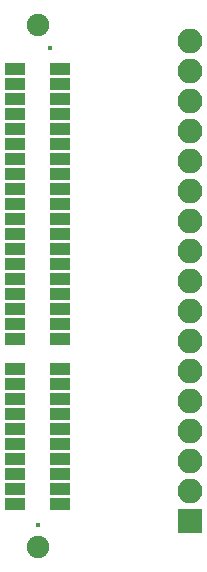
<source format=gbr>
G04 #@! TF.GenerationSoftware,KiCad,Pcbnew,5.0.0*
G04 #@! TF.CreationDate,2018-07-30T20:07:16-05:00*
G04 #@! TF.ProjectId,CardedgeBreakout,4361726465646765427265616B6F7574,rev?*
G04 #@! TF.SameCoordinates,Original*
G04 #@! TF.FileFunction,Soldermask,Top*
G04 #@! TF.FilePolarity,Negative*
%FSLAX46Y46*%
G04 Gerber Fmt 4.6, Leading zero omitted, Abs format (unit mm)*
G04 Created by KiCad (PCBNEW 5.0.0) date Mon Jul 30 20:07:16 2018*
%MOMM*%
%LPD*%
G01*
G04 APERTURE LIST*
%ADD10R,1.750000X1.060000*%
%ADD11C,0.400000*%
%ADD12C,1.900000*%
%ADD13R,2.100000X2.100000*%
%ADD14O,2.100000X2.100000*%
G04 APERTURE END LIST*
D10*
G04 #@! TO.C,P5*
X200253600Y-151739600D03*
X196443600Y-151739600D03*
X200253600Y-150469600D03*
X196443600Y-150469600D03*
X200253600Y-149199600D03*
X196443600Y-149199600D03*
X200253600Y-147929600D03*
X196443600Y-147929600D03*
X200253600Y-146659600D03*
X196443600Y-146659600D03*
X200253600Y-145389600D03*
X196443600Y-145389600D03*
X200253600Y-144119600D03*
X196443600Y-144119600D03*
X200253600Y-142849600D03*
X196443600Y-142849600D03*
X200253600Y-141579600D03*
X196443600Y-141579600D03*
X200253600Y-140309600D03*
X196443600Y-140309600D03*
X200253600Y-137769600D03*
X196443600Y-137769600D03*
X200253600Y-136499600D03*
X196443600Y-136499600D03*
X200253600Y-135229600D03*
X196443600Y-135229600D03*
X200253600Y-133959600D03*
X196443600Y-133959600D03*
X200253600Y-132689600D03*
X196443600Y-132689600D03*
X200253600Y-131419600D03*
X196443600Y-131419600D03*
X200253600Y-130149600D03*
X196443600Y-130149600D03*
X200253600Y-128879600D03*
X196443600Y-128879600D03*
X200253600Y-127609600D03*
X196443600Y-127609600D03*
X200253600Y-126339600D03*
X196443600Y-126339600D03*
X200253600Y-125069600D03*
X196443600Y-125069600D03*
X200253600Y-123799600D03*
X196443600Y-123799600D03*
X200253600Y-122529600D03*
X196443600Y-122529600D03*
X200253600Y-121259600D03*
X196443600Y-121259600D03*
X200253600Y-119989600D03*
X196443600Y-119989600D03*
X200253600Y-118719600D03*
X196443600Y-118719600D03*
X200253600Y-117449600D03*
X196443600Y-117449600D03*
X200253600Y-116179600D03*
X196443600Y-116179600D03*
X200253600Y-114909600D03*
X196443600Y-114909600D03*
D11*
X198348600Y-153519600D03*
X199348600Y-113129600D03*
D12*
X198348600Y-155424600D03*
X198348600Y-111224600D03*
G04 #@! TD*
D13*
G04 #@! TO.C,J4*
X211201000Y-153187400D03*
D14*
X211201000Y-150647400D03*
X211201000Y-148107400D03*
X211201000Y-145567400D03*
X211201000Y-143027400D03*
X211201000Y-140487400D03*
X211201000Y-137947400D03*
X211201000Y-135407400D03*
X211201000Y-132867400D03*
X211201000Y-130327400D03*
X211201000Y-127787400D03*
X211201000Y-125247400D03*
X211201000Y-122707400D03*
X211201000Y-120167400D03*
X211201000Y-117627400D03*
X211201000Y-115087400D03*
X211201000Y-112547400D03*
G04 #@! TD*
M02*

</source>
